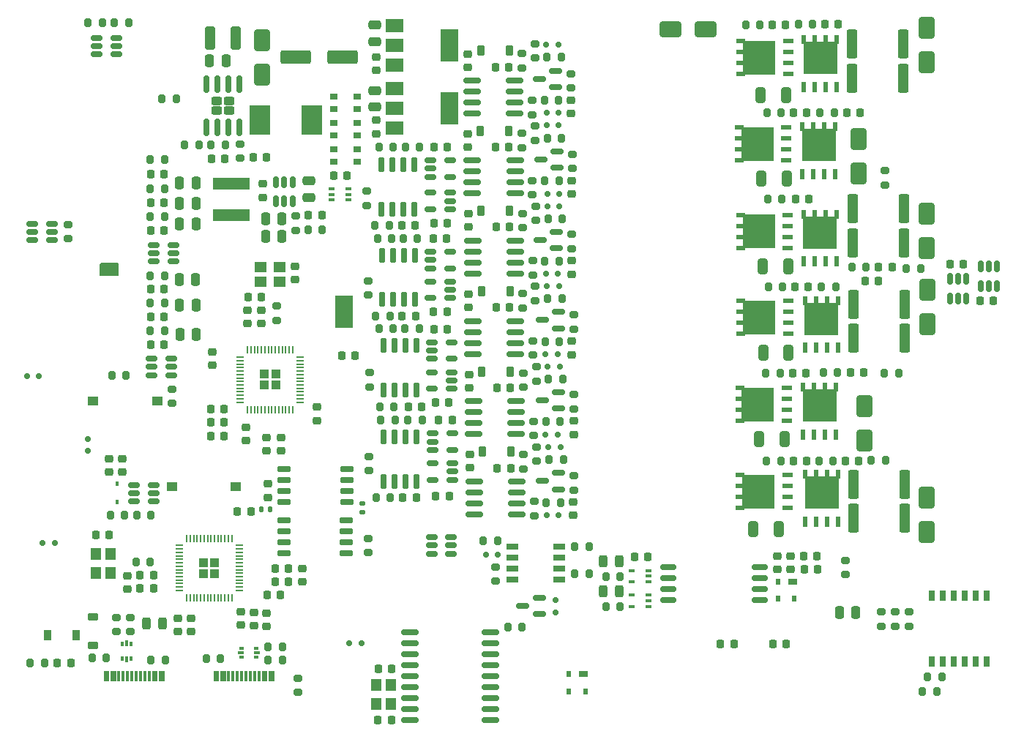
<source format=gtp>
G04 #@! TF.GenerationSoftware,KiCad,Pcbnew,7.0.2-6a45011f42~172~ubuntu22.04.1*
G04 #@! TF.CreationDate,2023-05-09T16:24:23-07:00*
G04 #@! TF.ProjectId,RP2040_motor,52503230-3430-45f6-9d6f-746f722e6b69,REV1*
G04 #@! TF.SameCoordinates,Original*
G04 #@! TF.FileFunction,Paste,Top*
G04 #@! TF.FilePolarity,Positive*
%FSLAX46Y46*%
G04 Gerber Fmt 4.6, Leading zero omitted, Abs format (unit mm)*
G04 Created by KiCad (PCBNEW 7.0.2-6a45011f42~172~ubuntu22.04.1) date 2023-05-09 16:24:23*
%MOMM*%
%LPD*%
G01*
G04 APERTURE LIST*
G04 Aperture macros list*
%AMRoundRect*
0 Rectangle with rounded corners*
0 $1 Rounding radius*
0 $2 $3 $4 $5 $6 $7 $8 $9 X,Y pos of 4 corners*
0 Add a 4 corners polygon primitive as box body*
4,1,4,$2,$3,$4,$5,$6,$7,$8,$9,$2,$3,0*
0 Add four circle primitives for the rounded corners*
1,1,$1+$1,$2,$3*
1,1,$1+$1,$4,$5*
1,1,$1+$1,$6,$7*
1,1,$1+$1,$8,$9*
0 Add four rect primitives between the rounded corners*
20,1,$1+$1,$2,$3,$4,$5,0*
20,1,$1+$1,$4,$5,$6,$7,0*
20,1,$1+$1,$6,$7,$8,$9,0*
20,1,$1+$1,$8,$9,$2,$3,0*%
G04 Aperture macros list end*
%ADD10RoundRect,0.225000X-0.225000X-0.250000X0.225000X-0.250000X0.225000X0.250000X-0.225000X0.250000X0*%
%ADD11RoundRect,0.225000X0.225000X0.250000X-0.225000X0.250000X-0.225000X-0.250000X0.225000X-0.250000X0*%
%ADD12RoundRect,0.225000X-0.250000X0.225000X-0.250000X-0.225000X0.250000X-0.225000X0.250000X0.225000X0*%
%ADD13RoundRect,0.225000X0.250000X-0.225000X0.250000X0.225000X-0.250000X0.225000X-0.250000X-0.225000X0*%
%ADD14RoundRect,0.135000X0.185000X-0.135000X0.185000X0.135000X-0.185000X0.135000X-0.185000X-0.135000X0*%
%ADD15RoundRect,0.150000X0.650000X0.150000X-0.650000X0.150000X-0.650000X-0.150000X0.650000X-0.150000X0*%
%ADD16RoundRect,0.200000X-0.275000X0.200000X-0.275000X-0.200000X0.275000X-0.200000X0.275000X0.200000X0*%
%ADD17RoundRect,0.200000X0.275000X-0.200000X0.275000X0.200000X-0.275000X0.200000X-0.275000X-0.200000X0*%
%ADD18RoundRect,0.250000X0.292217X0.292217X-0.292217X0.292217X-0.292217X-0.292217X0.292217X-0.292217X0*%
%ADD19RoundRect,0.050000X0.387500X0.050000X-0.387500X0.050000X-0.387500X-0.050000X0.387500X-0.050000X0*%
%ADD20RoundRect,0.050000X0.050000X0.387500X-0.050000X0.387500X-0.050000X-0.387500X0.050000X-0.387500X0*%
%ADD21RoundRect,0.243750X0.243750X0.456250X-0.243750X0.456250X-0.243750X-0.456250X0.243750X-0.456250X0*%
%ADD22RoundRect,0.250000X0.250000X0.475000X-0.250000X0.475000X-0.250000X-0.475000X0.250000X-0.475000X0*%
%ADD23RoundRect,0.200000X-0.200000X-0.275000X0.200000X-0.275000X0.200000X0.275000X-0.200000X0.275000X0*%
%ADD24RoundRect,0.150000X0.150000X0.200000X-0.150000X0.200000X-0.150000X-0.200000X0.150000X-0.200000X0*%
%ADD25RoundRect,0.250000X1.500000X0.550000X-1.500000X0.550000X-1.500000X-0.550000X1.500000X-0.550000X0*%
%ADD26RoundRect,0.150000X-0.150000X-0.200000X0.150000X-0.200000X0.150000X0.200000X-0.150000X0.200000X0*%
%ADD27RoundRect,0.150000X0.587500X0.150000X-0.587500X0.150000X-0.587500X-0.150000X0.587500X-0.150000X0*%
%ADD28R,1.200000X1.000000*%
%ADD29RoundRect,0.250000X-0.650000X1.000000X-0.650000X-1.000000X0.650000X-1.000000X0.650000X1.000000X0*%
%ADD30R,0.900000X1.200000*%
%ADD31R,2.000000X1.500000*%
%ADD32R,2.000000X3.800000*%
%ADD33R,1.450000X0.800000*%
%ADD34R,1.000000X0.700000*%
%ADD35R,0.600000X0.700000*%
%ADD36RoundRect,0.250000X-0.325000X-0.650000X0.325000X-0.650000X0.325000X0.650000X-0.325000X0.650000X0*%
%ADD37R,0.610000X1.270000*%
%ADD38R,3.910000X3.810000*%
%ADD39R,0.610000X1.020000*%
%ADD40RoundRect,0.250000X-0.250000X-0.475000X0.250000X-0.475000X0.250000X0.475000X-0.250000X0.475000X0*%
%ADD41RoundRect,0.150000X-0.150000X0.725000X-0.150000X-0.725000X0.150000X-0.725000X0.150000X0.725000X0*%
%ADD42RoundRect,0.250000X-0.292217X0.292217X-0.292217X-0.292217X0.292217X-0.292217X0.292217X0.292217X0*%
%ADD43RoundRect,0.050000X-0.050000X0.387500X-0.050000X-0.387500X0.050000X-0.387500X0.050000X0.387500X0*%
%ADD44RoundRect,0.050000X-0.387500X0.050000X-0.387500X-0.050000X0.387500X-0.050000X0.387500X0.050000X0*%
%ADD45RoundRect,0.200000X0.200000X0.275000X-0.200000X0.275000X-0.200000X-0.275000X0.200000X-0.275000X0*%
%ADD46R,0.500000X0.375000*%
%ADD47R,0.650000X0.300000*%
%ADD48RoundRect,0.218750X-0.218750X-0.256250X0.218750X-0.256250X0.218750X0.256250X-0.218750X0.256250X0*%
%ADD49RoundRect,0.150000X-0.512500X-0.150000X0.512500X-0.150000X0.512500X0.150000X-0.512500X0.150000X0*%
%ADD50RoundRect,0.150000X-0.825000X-0.150000X0.825000X-0.150000X0.825000X0.150000X-0.825000X0.150000X0*%
%ADD51RoundRect,0.225000X0.225000X0.375000X-0.225000X0.375000X-0.225000X-0.375000X0.225000X-0.375000X0*%
%ADD52RoundRect,0.150000X0.512500X0.150000X-0.512500X0.150000X-0.512500X-0.150000X0.512500X-0.150000X0*%
%ADD53RoundRect,0.250000X-0.362500X-1.425000X0.362500X-1.425000X0.362500X1.425000X-0.362500X1.425000X0*%
%ADD54RoundRect,0.250000X0.475000X-0.250000X0.475000X0.250000X-0.475000X0.250000X-0.475000X-0.250000X0*%
%ADD55R,0.650000X0.400000*%
%ADD56R,2.350000X3.500000*%
%ADD57R,0.375000X0.500000*%
%ADD58R,0.300000X0.650000*%
%ADD59R,1.270000X0.610000*%
%ADD60R,3.810000X3.910000*%
%ADD61R,1.020000X0.610000*%
%ADD62R,0.900000X0.750000*%
%ADD63RoundRect,0.150000X-0.750000X-0.150000X0.750000X-0.150000X0.750000X0.150000X-0.750000X0.150000X0*%
%ADD64R,1.200000X1.400000*%
%ADD65RoundRect,0.150000X-0.200000X0.150000X-0.200000X-0.150000X0.200000X-0.150000X0.200000X0.150000X0*%
%ADD66RoundRect,0.150000X0.150000X-0.512500X0.150000X0.512500X-0.150000X0.512500X-0.150000X-0.512500X0*%
%ADD67RoundRect,0.150000X-0.150000X0.512500X-0.150000X-0.512500X0.150000X-0.512500X0.150000X0.512500X0*%
%ADD68R,1.400000X1.200000*%
%ADD69RoundRect,0.225000X-0.375000X0.225000X-0.375000X-0.225000X0.375000X-0.225000X0.375000X0.225000X0*%
%ADD70RoundRect,0.250000X0.650000X-1.000000X0.650000X1.000000X-0.650000X1.000000X-0.650000X-1.000000X0*%
%ADD71R,0.300000X1.150000*%
%ADD72RoundRect,0.150000X-0.875000X-0.150000X0.875000X-0.150000X0.875000X0.150000X-0.875000X0.150000X0*%
%ADD73R,4.200000X1.400000*%
%ADD74RoundRect,0.240000X-0.385000X0.240000X-0.385000X-0.240000X0.385000X-0.240000X0.385000X0.240000X0*%
%ADD75RoundRect,0.150000X-0.150000X0.825000X-0.150000X-0.825000X0.150000X-0.825000X0.150000X0.825000X0*%
%ADD76R,0.450000X0.600000*%
%ADD77RoundRect,0.218750X0.218750X0.256250X-0.218750X0.256250X-0.218750X-0.256250X0.218750X-0.256250X0*%
%ADD78RoundRect,0.135000X-0.135000X-0.185000X0.135000X-0.185000X0.135000X0.185000X-0.135000X0.185000X0*%
%ADD79RoundRect,0.250000X0.325000X1.100000X-0.325000X1.100000X-0.325000X-1.100000X0.325000X-1.100000X0*%
%ADD80R,0.760000X1.270000*%
%ADD81RoundRect,0.250000X-0.475000X0.250000X-0.475000X-0.250000X0.475000X-0.250000X0.475000X0.250000X0*%
%ADD82RoundRect,0.250000X1.000000X0.650000X-1.000000X0.650000X-1.000000X-0.650000X1.000000X-0.650000X0*%
G04 APERTURE END LIST*
D10*
X149420000Y-104445000D03*
X150970000Y-104445000D03*
D11*
X85990000Y-78840000D03*
X84440000Y-78840000D03*
D12*
X88490000Y-79410000D03*
X88490000Y-80960000D03*
D10*
X99600000Y-71125000D03*
X101150000Y-71125000D03*
D13*
X91030000Y-87505000D03*
X91030000Y-85955000D03*
D14*
X101990000Y-89245000D03*
X101990000Y-88225000D03*
D15*
X100140000Y-88080000D03*
X100140000Y-86810000D03*
X100140000Y-85540000D03*
X100140000Y-84270000D03*
X92940000Y-84270000D03*
X92940000Y-85540000D03*
X92940000Y-86810000D03*
X92940000Y-88080000D03*
D11*
X90280000Y-64300000D03*
X88730000Y-64300000D03*
D16*
X79960000Y-74990000D03*
X79960000Y-76640000D03*
D12*
X90840000Y-80560000D03*
X90840000Y-82110000D03*
D13*
X84605000Y-72225000D03*
X84605000Y-70675000D03*
X90259000Y-67390000D03*
X90259000Y-65840000D03*
D17*
X75112000Y-103072000D03*
X75112000Y-101422000D03*
D13*
X88640000Y-67390000D03*
X88640000Y-65840000D03*
D12*
X96750000Y-77075000D03*
X96750000Y-78625000D03*
D11*
X85980000Y-80400000D03*
X84430000Y-80400000D03*
D18*
X91927500Y-74537500D03*
X91927500Y-73262500D03*
X90652500Y-74537500D03*
X90652500Y-73262500D03*
D19*
X94727500Y-76500000D03*
X94727500Y-76100000D03*
X94727500Y-75700000D03*
X94727500Y-75300000D03*
X94727500Y-74900000D03*
X94727500Y-74500000D03*
X94727500Y-74100000D03*
X94727500Y-73700000D03*
X94727500Y-73300000D03*
X94727500Y-72900000D03*
X94727500Y-72500000D03*
X94727500Y-72100000D03*
X94727500Y-71700000D03*
X94727500Y-71300000D03*
D20*
X93890000Y-70462500D03*
X93490000Y-70462500D03*
X93090000Y-70462500D03*
X92690000Y-70462500D03*
X92290000Y-70462500D03*
X91890000Y-70462500D03*
X91490000Y-70462500D03*
X91090000Y-70462500D03*
X90690000Y-70462500D03*
X90290000Y-70462500D03*
X89890000Y-70462500D03*
X89490000Y-70462500D03*
X89090000Y-70462500D03*
X88690000Y-70462500D03*
D19*
X87852500Y-71300000D03*
X87852500Y-71700000D03*
X87852500Y-72100000D03*
X87852500Y-72500000D03*
X87852500Y-72900000D03*
X87852500Y-73300000D03*
X87852500Y-73700000D03*
X87852500Y-74100000D03*
X87852500Y-74500000D03*
X87852500Y-74900000D03*
X87852500Y-75300000D03*
X87852500Y-75700000D03*
X87852500Y-76100000D03*
X87852500Y-76500000D03*
D20*
X88690000Y-77337500D03*
X89090000Y-77337500D03*
X89490000Y-77337500D03*
X89890000Y-77337500D03*
X90290000Y-77337500D03*
X90690000Y-77337500D03*
X91090000Y-77337500D03*
X91490000Y-77337500D03*
X91890000Y-77337500D03*
X92290000Y-77337500D03*
X92690000Y-77337500D03*
X93090000Y-77337500D03*
X93490000Y-77337500D03*
X93890000Y-77337500D03*
D13*
X94150000Y-62350000D03*
X94150000Y-60800000D03*
D17*
X73512000Y-103072000D03*
X73512000Y-101422000D03*
D12*
X92540000Y-80560000D03*
X92540000Y-82110000D03*
D11*
X85980000Y-77300000D03*
X84430000Y-77300000D03*
D17*
X92040000Y-67010000D03*
X92040000Y-65360000D03*
D21*
X78859500Y-102081000D03*
X76984500Y-102081000D03*
D16*
X121595000Y-41570000D03*
X121595000Y-43220000D03*
X126390000Y-85005000D03*
X126390000Y-86655000D03*
D22*
X82725000Y-53505000D03*
X80825000Y-53505000D03*
D23*
X115945000Y-92520000D03*
X117595000Y-92520000D03*
D12*
X89386000Y-100839000D03*
X89386000Y-102389000D03*
D22*
X82725000Y-65285000D03*
X80825000Y-65285000D03*
D24*
X123280000Y-43025000D03*
X124680000Y-43025000D03*
D10*
X110195000Y-66070000D03*
X111745000Y-66070000D03*
D25*
X99665000Y-36610000D03*
X94265000Y-36610000D03*
D23*
X123330000Y-36600000D03*
X124980000Y-36600000D03*
D26*
X66380000Y-92825000D03*
X64980000Y-92825000D03*
D23*
X146300000Y-32835000D03*
X147950000Y-32835000D03*
D10*
X153060000Y-95865000D03*
X154610000Y-95865000D03*
D27*
X124657500Y-77250000D03*
X124657500Y-75350000D03*
X122782500Y-76300000D03*
D16*
X162410000Y-49700000D03*
X162410000Y-51350000D03*
D23*
X103430000Y-56055000D03*
X105080000Y-56055000D03*
D27*
X124407500Y-58675000D03*
X124407500Y-56775000D03*
X122532500Y-57725000D03*
D28*
X70840000Y-76350000D03*
X78240000Y-76350000D03*
D10*
X151840000Y-42975000D03*
X153390000Y-42975000D03*
D11*
X174980000Y-64730000D03*
X173430000Y-64730000D03*
D12*
X114170000Y-36205000D03*
X114170000Y-37755000D03*
D29*
X167275000Y-54670000D03*
X167275000Y-58670000D03*
D10*
X110455000Y-87345000D03*
X112005000Y-87345000D03*
X169925000Y-60550000D03*
X171475000Y-60550000D03*
D30*
X65580000Y-103486000D03*
X68880000Y-103486000D03*
D31*
X105725000Y-32900000D03*
X105725000Y-35200000D03*
D32*
X112025000Y-35200000D03*
D31*
X105725000Y-37500000D03*
D33*
X119310000Y-93240000D03*
X119310000Y-94510000D03*
X119310000Y-95780000D03*
X119310000Y-97050000D03*
X124760000Y-97050000D03*
X124760000Y-95780000D03*
X124760000Y-94510000D03*
X124760000Y-93240000D03*
D34*
X151735000Y-97255000D03*
D35*
X150035000Y-97255000D03*
X150035000Y-99255000D03*
X151935000Y-99255000D03*
D36*
X148025000Y-40950000D03*
X150975000Y-40950000D03*
D37*
X153195000Y-90320000D03*
X154465000Y-90320000D03*
X155735000Y-90320000D03*
X157005000Y-90320000D03*
D38*
X155100000Y-86960000D03*
D39*
X153195000Y-84855000D03*
X154465000Y-84855000D03*
X155735000Y-84855000D03*
X157005000Y-84855000D03*
D22*
X82775000Y-68695000D03*
X80875000Y-68695000D03*
D40*
X157150000Y-100850000D03*
X159050000Y-100850000D03*
D11*
X100185000Y-50270000D03*
X98635000Y-50270000D03*
D41*
X107980000Y-48990000D03*
X106710000Y-48990000D03*
X105440000Y-48990000D03*
X104170000Y-48990000D03*
X104170000Y-54140000D03*
X105440000Y-54140000D03*
X106710000Y-54140000D03*
X107980000Y-54140000D03*
D11*
X79025000Y-69808000D03*
X77475000Y-69808000D03*
D42*
X84893500Y-95046500D03*
X83618500Y-95046500D03*
X84893500Y-96321500D03*
X83618500Y-96321500D03*
D43*
X86856000Y-92246500D03*
X86456000Y-92246500D03*
X86056000Y-92246500D03*
X85656000Y-92246500D03*
X85256000Y-92246500D03*
X84856000Y-92246500D03*
X84456000Y-92246500D03*
X84056000Y-92246500D03*
X83656000Y-92246500D03*
X83256000Y-92246500D03*
X82856000Y-92246500D03*
X82456000Y-92246500D03*
X82056000Y-92246500D03*
X81656000Y-92246500D03*
D44*
X80818500Y-93084000D03*
X80818500Y-93484000D03*
X80818500Y-93884000D03*
X80818500Y-94284000D03*
X80818500Y-94684000D03*
X80818500Y-95084000D03*
X80818500Y-95484000D03*
X80818500Y-95884000D03*
X80818500Y-96284000D03*
X80818500Y-96684000D03*
X80818500Y-97084000D03*
X80818500Y-97484000D03*
X80818500Y-97884000D03*
X80818500Y-98284000D03*
D43*
X81656000Y-99121500D03*
X82056000Y-99121500D03*
X82456000Y-99121500D03*
X82856000Y-99121500D03*
X83256000Y-99121500D03*
X83656000Y-99121500D03*
X84056000Y-99121500D03*
X84456000Y-99121500D03*
X84856000Y-99121500D03*
X85256000Y-99121500D03*
X85656000Y-99121500D03*
X86056000Y-99121500D03*
X86456000Y-99121500D03*
X86856000Y-99121500D03*
D44*
X87693500Y-98284000D03*
X87693500Y-97884000D03*
X87693500Y-97484000D03*
X87693500Y-97084000D03*
X87693500Y-96684000D03*
X87693500Y-96284000D03*
X87693500Y-95884000D03*
X87693500Y-95484000D03*
X87693500Y-95084000D03*
X87693500Y-94684000D03*
X87693500Y-94284000D03*
X87693500Y-93884000D03*
X87693500Y-93484000D03*
X87693500Y-93084000D03*
D21*
X131697500Y-94930000D03*
X129822500Y-94930000D03*
D17*
X157845000Y-96430000D03*
X157845000Y-94780000D03*
D45*
X79075000Y-48400000D03*
X77425000Y-48400000D03*
D11*
X86045000Y-48370000D03*
X84495000Y-48370000D03*
D46*
X89685000Y-106037500D03*
D47*
X89760000Y-105500000D03*
D46*
X89685000Y-104962500D03*
X87985000Y-104962500D03*
D47*
X87910000Y-105500000D03*
D46*
X87985000Y-106037500D03*
D23*
X106930000Y-46975000D03*
X108580000Y-46975000D03*
D12*
X114185900Y-45460000D03*
X114185900Y-47010000D03*
D31*
X105725000Y-40200000D03*
X105725000Y-42500000D03*
D32*
X112025000Y-42500000D03*
D31*
X105725000Y-44800000D03*
D23*
X148925000Y-63155000D03*
X150575000Y-63155000D03*
D12*
X103595000Y-43880000D03*
X103595000Y-45430000D03*
D48*
X153002500Y-94320000D03*
X154577500Y-94320000D03*
D29*
X160075000Y-76920000D03*
X160075000Y-80920000D03*
D11*
X90895000Y-48210000D03*
X89345000Y-48210000D03*
D24*
X123255000Y-89575000D03*
X124655000Y-89575000D03*
D23*
X95675000Y-56570000D03*
X97325000Y-56570000D03*
D45*
X79075000Y-51790000D03*
X77425000Y-51790000D03*
D23*
X70701000Y-106106000D03*
X72351000Y-106106000D03*
X148760000Y-42975000D03*
X150410000Y-42975000D03*
D37*
X153045000Y-39999500D03*
X154315000Y-39999500D03*
X155585000Y-39999500D03*
X156855000Y-39999500D03*
D38*
X154950000Y-36639500D03*
D39*
X153045000Y-34534500D03*
X154315000Y-34534500D03*
X155585000Y-34534500D03*
X156855000Y-34534500D03*
D45*
X128170000Y-96315000D03*
X126520000Y-96315000D03*
D22*
X86185000Y-37005000D03*
X84285000Y-37005000D03*
D16*
X120590000Y-82555000D03*
X120590000Y-84205000D03*
D24*
X123405000Y-72375000D03*
X124805000Y-72375000D03*
X123155000Y-70925000D03*
X124555000Y-70925000D03*
D23*
X155260000Y-73095000D03*
X156910000Y-73095000D03*
D29*
X167275000Y-87520000D03*
X167275000Y-91520000D03*
D23*
X77511000Y-106346000D03*
X79161000Y-106346000D03*
D21*
X131692500Y-98410000D03*
X129817500Y-98410000D03*
D23*
X123450000Y-55290000D03*
X125100000Y-55290000D03*
D49*
X63752500Y-55850000D03*
X63752500Y-56800000D03*
X63752500Y-57750000D03*
X66027500Y-57750000D03*
X66027500Y-56800000D03*
X66027500Y-55850000D03*
D45*
X105745000Y-78560000D03*
X104095000Y-78560000D03*
D50*
X114815900Y-76395000D03*
X114815900Y-77665000D03*
X114815900Y-78935000D03*
X114815900Y-80205000D03*
X119765900Y-80205000D03*
X119765900Y-78935000D03*
X119765900Y-77665000D03*
X119765900Y-76395000D03*
D51*
X119095000Y-72950000D03*
X115795000Y-72950000D03*
D23*
X83892000Y-106176000D03*
X85542000Y-106176000D03*
D52*
X112237500Y-94025000D03*
X112237500Y-93075000D03*
X112237500Y-92125000D03*
X109962500Y-92125000D03*
X109962500Y-93075000D03*
X109962500Y-94025000D03*
D10*
X117455000Y-56245000D03*
X119005000Y-56245000D03*
X151830000Y-83300000D03*
X153380000Y-83300000D03*
D52*
X112112500Y-54175000D03*
X112112500Y-53225000D03*
X112112500Y-52275000D03*
X109837500Y-52275000D03*
X109837500Y-54175000D03*
X112087500Y-64450000D03*
X112087500Y-63500000D03*
X112087500Y-62550000D03*
X109812500Y-62550000D03*
X109812500Y-64450000D03*
D49*
X109837500Y-48525000D03*
X109837500Y-49475000D03*
X109837500Y-50425000D03*
X112112500Y-50425000D03*
X112112500Y-48525000D03*
D23*
X123205000Y-78765000D03*
X124855000Y-78765000D03*
D17*
X121955000Y-64745000D03*
X121955000Y-63095000D03*
X102790000Y-74720000D03*
X102790000Y-73070000D03*
D45*
X74925000Y-32613000D03*
X73275000Y-32613000D03*
D16*
X87845000Y-46630000D03*
X87845000Y-48280000D03*
D53*
X164657500Y-65205000D03*
X158732500Y-65205000D03*
D17*
X102470000Y-53720000D03*
X102470000Y-52070000D03*
D16*
X120590000Y-73130000D03*
X120590000Y-74780000D03*
D10*
X149330000Y-32835000D03*
X150880000Y-32835000D03*
D22*
X82725000Y-55835000D03*
X80825000Y-55835000D03*
D27*
X122412500Y-101015000D03*
X122412500Y-99115000D03*
X120537500Y-100065000D03*
D13*
X126065000Y-43095000D03*
X126065000Y-41545000D03*
D23*
X148850000Y-52955000D03*
X150500000Y-52955000D03*
D45*
X168975000Y-108325000D03*
X167325000Y-108325000D03*
D17*
X102625000Y-64095000D03*
X102625000Y-62445000D03*
D37*
X152845000Y-50090000D03*
X154115000Y-50090000D03*
X155385000Y-50090000D03*
X156655000Y-50090000D03*
D38*
X154750000Y-46730000D03*
D39*
X152845000Y-44625000D03*
X154115000Y-44625000D03*
X155385000Y-44625000D03*
X156655000Y-44625000D03*
D10*
X155480000Y-32770000D03*
X157030000Y-32770000D03*
D13*
X126315000Y-89595000D03*
X126315000Y-88045000D03*
D54*
X103405000Y-34775000D03*
X103405000Y-32875000D03*
D17*
X121905000Y-36670000D03*
X121905000Y-35020000D03*
D23*
X148700000Y-83300000D03*
X150350000Y-83300000D03*
D11*
X105317000Y-113297000D03*
X103767000Y-113297000D03*
D23*
X103980000Y-77000000D03*
X105630000Y-77000000D03*
D13*
X126140000Y-61695000D03*
X126140000Y-60145000D03*
D23*
X84455000Y-46760000D03*
X86105000Y-46760000D03*
D55*
X135055000Y-100130000D03*
X135055000Y-99480000D03*
X135055000Y-98830000D03*
X133155000Y-98830000D03*
X133155000Y-100130000D03*
D56*
X90090000Y-43855000D03*
X96140000Y-43855000D03*
D51*
X119130000Y-82200000D03*
X115830000Y-82200000D03*
D34*
X127570000Y-107935000D03*
D35*
X125870000Y-107935000D03*
X125870000Y-109935000D03*
X127770000Y-109935000D03*
D12*
X103535000Y-36530000D03*
X103535000Y-38080000D03*
D45*
X105545000Y-68020000D03*
X103895000Y-68020000D03*
D11*
X77801000Y-96524000D03*
X76251000Y-96524000D03*
D57*
X75237500Y-104465000D03*
D58*
X74700000Y-104390000D03*
D57*
X74162500Y-104465000D03*
X74162500Y-106165000D03*
D58*
X74700000Y-106240000D03*
D57*
X75237500Y-106165000D03*
D11*
X112345000Y-78590000D03*
X110795000Y-78590000D03*
D45*
X131785000Y-100150000D03*
X130135000Y-100150000D03*
D11*
X108120000Y-66525000D03*
X106570000Y-66525000D03*
D59*
X151020000Y-48525000D03*
X151020000Y-47255000D03*
X151020000Y-45985000D03*
X151020000Y-44715000D03*
D60*
X147660000Y-46620000D03*
D61*
X145555000Y-48525000D03*
X145555000Y-47255000D03*
X145555000Y-45985000D03*
X145555000Y-44715000D03*
D17*
X94516000Y-110078000D03*
X94516000Y-108428000D03*
D51*
X119005000Y-54325000D03*
X115705000Y-54325000D03*
D59*
X151170000Y-58655000D03*
X151170000Y-57385000D03*
X151170000Y-56115000D03*
X151170000Y-54845000D03*
D60*
X147810000Y-56750000D03*
D61*
X145705000Y-58655000D03*
X145705000Y-57385000D03*
X145705000Y-56115000D03*
X145705000Y-54845000D03*
D50*
X114660000Y-39304100D03*
X114660000Y-40574100D03*
X114660000Y-41844100D03*
X114660000Y-43114100D03*
X119610000Y-43114100D03*
X119610000Y-41844100D03*
X119610000Y-40574100D03*
X119610000Y-39304100D03*
D16*
X120495000Y-54680000D03*
X120495000Y-56330000D03*
D49*
X109812500Y-59100000D03*
X109812500Y-60050000D03*
X109812500Y-61000000D03*
X112087500Y-61000000D03*
X112087500Y-59100000D03*
D16*
X121820000Y-87995000D03*
X121820000Y-89645000D03*
D10*
X117380000Y-37725000D03*
X118930000Y-37725000D03*
D23*
X162345000Y-73185000D03*
X163995000Y-73185000D03*
X81405000Y-46770000D03*
X83055000Y-46770000D03*
D12*
X74766000Y-96559000D03*
X74766000Y-98109000D03*
D62*
X98650000Y-41110000D03*
X98650000Y-42610000D03*
X101350000Y-42610000D03*
X101350000Y-41110000D03*
D23*
X123065000Y-50906000D03*
X124715000Y-50906000D03*
D41*
X108040000Y-59475000D03*
X106770000Y-59475000D03*
X105500000Y-59475000D03*
X104230000Y-59475000D03*
X104230000Y-64625000D03*
X105500000Y-64625000D03*
X106770000Y-64625000D03*
X108040000Y-64625000D03*
D37*
X152995000Y-60220000D03*
X154265000Y-60220000D03*
X155535000Y-60220000D03*
X156805000Y-60220000D03*
D38*
X154900000Y-56860000D03*
D39*
X152995000Y-54755000D03*
X154265000Y-54755000D03*
X155535000Y-54755000D03*
X156805000Y-54755000D03*
D11*
X79025000Y-63433000D03*
X77475000Y-63433000D03*
D12*
X72660000Y-83025000D03*
X72660000Y-84575000D03*
D50*
X114739100Y-57815000D03*
X114739100Y-59085000D03*
X114739100Y-60355000D03*
X114739100Y-61625000D03*
X119689100Y-61625000D03*
X119689100Y-60355000D03*
X119689100Y-59085000D03*
X119689100Y-57815000D03*
D23*
X103505000Y-66535000D03*
X105155000Y-66535000D03*
D11*
X79025000Y-66598000D03*
X77475000Y-66598000D03*
X108195000Y-87570000D03*
X106645000Y-87570000D03*
D23*
X152400000Y-32770000D03*
X154050000Y-32770000D03*
D63*
X137315000Y-95595000D03*
X137315000Y-96865000D03*
X137315000Y-98135000D03*
X137315000Y-99405000D03*
X147965000Y-99405000D03*
X147965000Y-98135000D03*
X147965000Y-96865000D03*
X147965000Y-95595000D03*
D41*
X108205000Y-69940000D03*
X106935000Y-69940000D03*
X105665000Y-69940000D03*
X104395000Y-69940000D03*
X104395000Y-75090000D03*
X105665000Y-75090000D03*
X106935000Y-75090000D03*
X108205000Y-75090000D03*
D50*
X114880000Y-85689100D03*
X114880000Y-86959100D03*
X114880000Y-88229100D03*
X114880000Y-89499100D03*
X119830000Y-89499100D03*
X119830000Y-88229100D03*
X119830000Y-86959100D03*
X119830000Y-85689100D03*
D45*
X74463000Y-89580000D03*
X72813000Y-89580000D03*
D36*
X148125000Y-50650000D03*
X151075000Y-50650000D03*
D23*
X123555000Y-83150000D03*
X125205000Y-83150000D03*
D16*
X126150000Y-57100000D03*
X126150000Y-58750000D03*
D50*
X114675900Y-48545000D03*
X114675900Y-49815000D03*
X114675900Y-51085000D03*
X114675900Y-52355000D03*
X119625900Y-52355000D03*
X119625900Y-51085000D03*
X119625900Y-49815000D03*
X119625900Y-48545000D03*
D10*
X110220000Y-55815000D03*
X111770000Y-55815000D03*
D24*
X123275000Y-44475000D03*
X124675000Y-44475000D03*
D16*
X162000000Y-100775000D03*
X162000000Y-102425000D03*
D13*
X149945000Y-95840000D03*
X149945000Y-94290000D03*
D45*
X77516100Y-89580000D03*
X75866100Y-89580000D03*
D64*
X72856000Y-96254000D03*
X72856000Y-94054000D03*
X71156000Y-94054000D03*
X71156000Y-96254000D03*
D13*
X126190000Y-70995000D03*
X126190000Y-69445000D03*
D53*
X158732500Y-69115000D03*
X164657500Y-69115000D03*
D23*
X154910000Y-43040000D03*
X156560000Y-43040000D03*
D16*
X126390000Y-66380000D03*
X126390000Y-68030000D03*
D37*
X152945000Y-80220000D03*
X154215000Y-80220000D03*
X155485000Y-80220000D03*
X156755000Y-80220000D03*
D38*
X154850000Y-76860000D03*
D39*
X152945000Y-74755000D03*
X154215000Y-74755000D03*
X155485000Y-74755000D03*
X156755000Y-74755000D03*
D10*
X151755000Y-73115000D03*
X153305000Y-73115000D03*
X160090000Y-62460000D03*
X161640000Y-62460000D03*
D23*
X123005000Y-41565000D03*
X124655000Y-41565000D03*
X107230000Y-78555000D03*
X108880000Y-78555000D03*
D10*
X117555000Y-84125000D03*
X119105000Y-84125000D03*
D23*
X158560000Y-60855000D03*
X160210000Y-60855000D03*
D10*
X117530000Y-74850000D03*
X119080000Y-74850000D03*
D36*
X147875000Y-80800000D03*
X150825000Y-80800000D03*
D65*
X124345000Y-100810000D03*
X124345000Y-99410000D03*
D12*
X90886000Y-100899000D03*
X90886000Y-102449000D03*
D66*
X91980000Y-53287500D03*
X92930000Y-53287500D03*
X93880000Y-53287500D03*
X93880000Y-51012500D03*
X92930000Y-51012500D03*
X91980000Y-51012500D03*
D16*
X121625000Y-50840000D03*
X121625000Y-52490000D03*
D24*
X123305000Y-63100000D03*
X124705000Y-63100000D03*
D12*
X114370000Y-82555000D03*
X114370000Y-84105000D03*
D11*
X111970000Y-76570000D03*
X110420000Y-76570000D03*
D59*
X151220000Y-38525000D03*
X151220000Y-37255000D03*
X151220000Y-35985000D03*
X151220000Y-34715000D03*
D60*
X147860000Y-36620000D03*
D61*
X145755000Y-38525000D03*
X145755000Y-37255000D03*
X145755000Y-35985000D03*
X145755000Y-34715000D03*
D17*
X117375000Y-97230000D03*
X117375000Y-95580000D03*
D12*
X82176000Y-101475000D03*
X82176000Y-103025000D03*
D16*
X120415000Y-36155000D03*
X120415000Y-37805000D03*
D24*
X123350000Y-52385000D03*
X124750000Y-52385000D03*
D51*
X118955000Y-35800000D03*
X115655000Y-35800000D03*
D23*
X123105000Y-69465000D03*
X124755000Y-69465000D03*
D16*
X120395000Y-45415000D03*
X120395000Y-47065000D03*
D23*
X72975000Y-73440000D03*
X74625000Y-73440000D03*
D67*
X171850000Y-62247500D03*
X170900000Y-62247500D03*
X169950000Y-62247500D03*
X169950000Y-64522500D03*
X170900000Y-64522500D03*
X171850000Y-64522500D03*
D17*
X102658000Y-93921000D03*
X102658000Y-92271000D03*
D50*
X114740900Y-67095000D03*
X114740900Y-68365000D03*
X114740900Y-69635000D03*
X114740900Y-70905000D03*
X119690900Y-70905000D03*
X119690900Y-69635000D03*
X119690900Y-68365000D03*
X119690900Y-67095000D03*
D23*
X123230000Y-88090000D03*
X124880000Y-88090000D03*
D16*
X120465000Y-63955000D03*
X120465000Y-65605000D03*
D11*
X111770000Y-68025000D03*
X110220000Y-68025000D03*
D66*
X173501000Y-63050800D03*
X174451000Y-63050800D03*
X175401000Y-63050800D03*
X175401000Y-60775800D03*
X174451000Y-60775800D03*
X173501000Y-60775800D03*
D23*
X91075000Y-106332000D03*
X92725000Y-106332000D03*
D59*
X151070000Y-78655000D03*
X151070000Y-77385000D03*
X151070000Y-76115000D03*
X151070000Y-74845000D03*
D60*
X147710000Y-76750000D03*
D61*
X145605000Y-78655000D03*
X145605000Y-77385000D03*
X145605000Y-76115000D03*
X145605000Y-74845000D03*
D51*
X118930000Y-45100000D03*
X115630000Y-45100000D03*
D68*
X90150000Y-62600000D03*
X92350000Y-62600000D03*
X92350000Y-60900000D03*
X90150000Y-60900000D03*
D53*
X158682500Y-58035000D03*
X164607500Y-58035000D03*
D10*
X87521000Y-89172000D03*
X89071000Y-89172000D03*
D55*
X135050000Y-97270000D03*
X135050000Y-96620000D03*
X135050000Y-95970000D03*
X133150000Y-95970000D03*
X133150000Y-97270000D03*
D69*
X70825000Y-101320000D03*
X70825000Y-104620000D03*
D11*
X144930000Y-104465000D03*
X143380000Y-104465000D03*
D12*
X114245000Y-64005000D03*
X114245000Y-65555000D03*
D10*
X157815000Y-83305000D03*
X159365000Y-83305000D03*
X157990000Y-43040000D03*
X159540000Y-43040000D03*
D70*
X90365000Y-38620000D03*
X90365000Y-34620000D03*
D11*
X111820000Y-46995000D03*
X110270000Y-46995000D03*
D55*
X98440000Y-51820000D03*
X98440000Y-52470000D03*
X98440000Y-53120000D03*
X100340000Y-53120000D03*
X100340000Y-52470000D03*
X100340000Y-51820000D03*
D71*
X84900000Y-108230000D03*
X85700000Y-108230000D03*
X87000000Y-108230000D03*
X88000000Y-108230000D03*
X88500000Y-108230000D03*
X89500000Y-108230000D03*
X90800000Y-108230000D03*
X91600000Y-108230000D03*
X91300000Y-108230000D03*
X90500000Y-108230000D03*
X90000000Y-108230000D03*
X89000000Y-108230000D03*
X87500000Y-108230000D03*
X86500000Y-108230000D03*
X86000000Y-108230000D03*
X85200000Y-108230000D03*
D23*
X148625000Y-73115000D03*
X150275000Y-73115000D03*
D11*
X108820000Y-77010000D03*
X107270000Y-77010000D03*
D23*
X155060000Y-63160000D03*
X156710000Y-63160000D03*
X166770000Y-109970000D03*
X168420000Y-109970000D03*
D13*
X126150000Y-50870000D03*
X126150000Y-52420000D03*
D51*
X119020000Y-63625000D03*
X115720000Y-63625000D03*
D16*
X126230000Y-47815000D03*
X126230000Y-49465000D03*
D23*
X106680000Y-57535000D03*
X108330000Y-57535000D03*
D53*
X158732500Y-89925000D03*
X164657500Y-89925000D03*
D45*
X79075000Y-68200000D03*
X77425000Y-68200000D03*
D49*
X109987500Y-69575000D03*
X109987500Y-70525000D03*
X109987500Y-71475000D03*
X112262500Y-71475000D03*
X112262500Y-69575000D03*
D12*
X114220000Y-54705000D03*
X114220000Y-56255000D03*
D16*
X121680000Y-69405000D03*
X121680000Y-71055000D03*
D53*
X158632500Y-39045000D03*
X164557500Y-39045000D03*
D62*
X98650000Y-44150000D03*
X98650000Y-45650000D03*
X101350000Y-45650000D03*
X101350000Y-44150000D03*
D13*
X151510000Y-95840000D03*
X151510000Y-94290000D03*
D53*
X158627500Y-35080000D03*
X164552500Y-35080000D03*
D27*
X124307500Y-40050000D03*
X124307500Y-38150000D03*
X122432500Y-39100000D03*
D72*
X107465000Y-103106000D03*
X107465000Y-104376000D03*
X107465000Y-105646000D03*
X107465000Y-106916000D03*
X107465000Y-108186000D03*
X107465000Y-109456000D03*
X107465000Y-110726000D03*
X107465000Y-111996000D03*
X107465000Y-113266000D03*
X116765000Y-113266000D03*
X116765000Y-111996000D03*
X116765000Y-110726000D03*
X116765000Y-109456000D03*
X116765000Y-108186000D03*
X116765000Y-106916000D03*
X116765000Y-105646000D03*
X116765000Y-104376000D03*
X116765000Y-103106000D03*
D49*
X77577500Y-71475000D03*
X77577500Y-72425000D03*
X77577500Y-73375000D03*
X79852500Y-73375000D03*
X79852500Y-72425000D03*
X79852500Y-71475000D03*
D17*
X102755000Y-84420000D03*
X102755000Y-82770000D03*
D32*
X99825000Y-66025000D03*
D59*
X151120000Y-88755000D03*
X151120000Y-87485000D03*
X151120000Y-86215000D03*
X151120000Y-84945000D03*
D60*
X147760000Y-86850000D03*
D61*
X145655000Y-88755000D03*
X145655000Y-87485000D03*
X145655000Y-86215000D03*
X145655000Y-84945000D03*
D17*
X122095000Y-83330000D03*
X122095000Y-81680000D03*
D23*
X63542000Y-106664000D03*
X65192000Y-106664000D03*
D24*
X123480000Y-81675000D03*
X124880000Y-81675000D03*
D16*
X94230000Y-54945000D03*
X94230000Y-56595000D03*
D73*
X86825000Y-51200000D03*
X86825000Y-54900000D03*
D74*
X86575000Y-41630000D03*
X85075000Y-41630000D03*
X86575000Y-42770000D03*
X85075000Y-42770000D03*
D75*
X87730000Y-39725000D03*
X86460000Y-39725000D03*
X85190000Y-39725000D03*
X83920000Y-39725000D03*
X83920000Y-44675000D03*
X85190000Y-44675000D03*
X86460000Y-44675000D03*
X87730000Y-44675000D03*
D16*
X126440000Y-75605000D03*
X126440000Y-77255000D03*
D12*
X80644000Y-101475000D03*
X80644000Y-103025000D03*
D16*
X121770000Y-78695000D03*
X121770000Y-80345000D03*
D36*
X148325000Y-70800000D03*
X151275000Y-70800000D03*
D24*
X100460000Y-104365000D03*
X101860000Y-104365000D03*
D10*
X161690000Y-60855000D03*
X163240000Y-60855000D03*
D28*
X79907000Y-86251000D03*
X87307000Y-86251000D03*
D23*
X91075000Y-104772000D03*
X92725000Y-104772000D03*
D65*
X70175000Y-82130000D03*
X70175000Y-80730000D03*
D22*
X92685000Y-55265000D03*
X90785000Y-55265000D03*
D10*
X103802000Y-107388000D03*
X105352000Y-107388000D03*
D45*
X80420000Y-41400000D03*
X78770000Y-41400000D03*
D23*
X106880000Y-68015000D03*
X108530000Y-68015000D03*
D76*
X73580000Y-85970000D03*
X73580000Y-88070000D03*
D45*
X105345000Y-57560000D03*
X103695000Y-57560000D03*
D17*
X122095000Y-74055000D03*
X122095000Y-72405000D03*
D23*
X103555000Y-87575000D03*
X105205000Y-87575000D03*
D29*
X159375000Y-46070000D03*
X159375000Y-50070000D03*
D13*
X74180000Y-84575000D03*
X74180000Y-83025000D03*
D12*
X87876000Y-100749000D03*
X87876000Y-102299000D03*
D77*
X68227500Y-106670000D03*
X66652500Y-106670000D03*
D10*
X152005000Y-63155000D03*
X153555000Y-63155000D03*
D37*
X153145000Y-70210500D03*
X154415000Y-70210500D03*
X155685000Y-70210500D03*
X156955000Y-70210500D03*
D38*
X155050000Y-66850500D03*
D39*
X153145000Y-64745500D03*
X154415000Y-64745500D03*
X155685000Y-64745500D03*
X156955000Y-64745500D03*
D59*
X151220000Y-68605000D03*
X151220000Y-67335000D03*
X151220000Y-66065000D03*
X151220000Y-64795000D03*
D60*
X147860000Y-66700000D03*
D61*
X145755000Y-68605000D03*
X145755000Y-67335000D03*
X145755000Y-66065000D03*
X145755000Y-64795000D03*
D45*
X105520000Y-46965000D03*
X103870000Y-46965000D03*
D78*
X90234000Y-88868000D03*
X91254000Y-88868000D03*
D10*
X91841000Y-95764000D03*
X93391000Y-95764000D03*
D23*
X123075000Y-60180000D03*
X124725000Y-60180000D03*
D22*
X92685000Y-57280000D03*
X90785000Y-57280000D03*
D79*
X87275000Y-34340000D03*
X84325000Y-34340000D03*
D45*
X79075000Y-55050000D03*
X77425000Y-55050000D03*
D52*
X73487500Y-36250000D03*
X73487500Y-35300000D03*
X73487500Y-34350000D03*
X71212500Y-34350000D03*
X71212500Y-35300000D03*
X71212500Y-36250000D03*
D17*
X121915000Y-46190000D03*
X121915000Y-44540000D03*
D45*
X131780000Y-96675000D03*
X130130000Y-96675000D03*
D11*
X108045000Y-56055000D03*
X106495000Y-56055000D03*
D17*
X121990000Y-55485000D03*
X121990000Y-53835000D03*
D11*
X79025000Y-53413000D03*
X77475000Y-53413000D03*
D62*
X98650000Y-47200000D03*
X98650000Y-48700000D03*
X101350000Y-48700000D03*
X101350000Y-47200000D03*
D52*
X112337500Y-85475000D03*
X112337500Y-84525000D03*
X112337500Y-83575000D03*
X110062500Y-83575000D03*
X110062500Y-85475000D03*
D80*
X167800000Y-106505000D03*
X169070000Y-106505000D03*
X170340000Y-106505000D03*
X171610000Y-106505000D03*
X172880000Y-106505000D03*
X174150000Y-106505000D03*
X174150000Y-98885000D03*
X172880000Y-98885000D03*
X171610000Y-98885000D03*
X170340000Y-98885000D03*
X169070000Y-98885000D03*
X167800000Y-98885000D03*
D16*
X165200000Y-100775000D03*
X165200000Y-102425000D03*
D49*
X75514200Y-86066000D03*
X75514200Y-87016000D03*
X75514200Y-87966000D03*
X77789200Y-87966000D03*
X77789200Y-87016000D03*
X77789200Y-86066000D03*
D12*
X95038000Y-95721000D03*
X95038000Y-97271000D03*
D23*
X123505000Y-73825000D03*
X125155000Y-73825000D03*
D16*
X67960000Y-55925000D03*
X67960000Y-57575000D03*
D27*
X124467500Y-49375000D03*
X124467500Y-47475000D03*
X122592500Y-48425000D03*
D10*
X91851000Y-97254000D03*
X93401000Y-97254000D03*
D24*
X123155000Y-80225000D03*
X124555000Y-80225000D03*
D53*
X158732500Y-86005000D03*
X164657500Y-86005000D03*
D16*
X126065000Y-38505000D03*
X126065000Y-40155000D03*
D53*
X158662500Y-54105000D03*
X164587500Y-54105000D03*
D23*
X123345000Y-45956000D03*
X124995000Y-45956000D03*
D22*
X82725000Y-51095000D03*
X80825000Y-51095000D03*
D64*
X105229000Y-111424000D03*
X105229000Y-109224000D03*
X103529000Y-109224000D03*
X103529000Y-111424000D03*
D45*
X79075000Y-61850000D03*
X77425000Y-61850000D03*
D13*
X90415000Y-52790000D03*
X90415000Y-51240000D03*
D45*
X79075000Y-65010000D03*
X77425000Y-65010000D03*
D22*
X82675000Y-62275000D03*
X80775000Y-62275000D03*
D10*
X152080000Y-52955000D03*
X153630000Y-52955000D03*
D41*
X108265000Y-80500000D03*
X106995000Y-80500000D03*
X105725000Y-80500000D03*
X104455000Y-80500000D03*
X104455000Y-85650000D03*
X105725000Y-85650000D03*
X106995000Y-85650000D03*
X108265000Y-85650000D03*
D10*
X117455000Y-65550000D03*
X119005000Y-65550000D03*
D11*
X79025000Y-50137000D03*
X77475000Y-50137000D03*
D13*
X126440000Y-80220000D03*
X126440000Y-78670000D03*
D81*
X95750000Y-50900000D03*
X95750000Y-52800000D03*
D11*
X77791000Y-98024000D03*
X76241000Y-98024000D03*
D10*
X71131000Y-91834000D03*
X72681000Y-91834000D03*
X90951000Y-98824000D03*
X92501000Y-98824000D03*
D49*
X110062500Y-80125000D03*
X110062500Y-81075000D03*
X110062500Y-82025000D03*
X112337500Y-82025000D03*
X112337500Y-80125000D03*
D23*
X123405000Y-64550000D03*
X125055000Y-64550000D03*
X154785000Y-83305000D03*
X156435000Y-83305000D03*
D16*
X163600000Y-100775000D03*
X163600000Y-102425000D03*
D36*
X148275000Y-60750000D03*
X151225000Y-60750000D03*
D11*
X97265000Y-54880000D03*
X95715000Y-54880000D03*
D10*
X117370900Y-47010000D03*
X118920900Y-47010000D03*
X133445000Y-94430000D03*
X134995000Y-94430000D03*
D12*
X114320000Y-73305000D03*
X114320000Y-74855000D03*
D70*
X167325000Y-67480000D03*
X167325000Y-63480000D03*
D24*
X123350000Y-53825000D03*
X124750000Y-53825000D03*
D45*
X120415000Y-102530000D03*
X118765000Y-102530000D03*
D27*
X124632500Y-67950000D03*
X124632500Y-66050000D03*
X122757500Y-67000000D03*
D54*
X103380000Y-42350000D03*
X103380000Y-40450000D03*
D10*
X158390000Y-73095000D03*
X159940000Y-73095000D03*
D11*
X79025000Y-56648000D03*
X77475000Y-56648000D03*
D15*
X100098000Y-93972000D03*
X100098000Y-92702000D03*
X100098000Y-91432000D03*
X100098000Y-90162000D03*
X92898000Y-90162000D03*
X92898000Y-91432000D03*
X92898000Y-92702000D03*
X92898000Y-93972000D03*
D45*
X128175000Y-93240000D03*
X126525000Y-93240000D03*
D52*
X80092500Y-60195000D03*
X80092500Y-59245000D03*
X80092500Y-58295000D03*
X77817500Y-58295000D03*
X77817500Y-59245000D03*
X77817500Y-60195000D03*
D70*
X167225000Y-37205000D03*
X167225000Y-33205000D03*
D45*
X71875000Y-32612000D03*
X70225000Y-32612000D03*
D24*
X123230000Y-35125000D03*
X124630000Y-35125000D03*
X123175000Y-61650000D03*
X124575000Y-61650000D03*
X116230000Y-94115000D03*
X117630000Y-94115000D03*
D36*
X147160000Y-91145000D03*
X150110000Y-91145000D03*
D11*
X111720000Y-57560000D03*
X110170000Y-57560000D03*
D71*
X72200000Y-108230000D03*
X73000000Y-108230000D03*
X74300000Y-108230000D03*
X75300000Y-108230000D03*
X75800000Y-108230000D03*
X76800000Y-108230000D03*
X78100000Y-108230000D03*
X78900000Y-108230000D03*
X78600000Y-108230000D03*
X77800000Y-108230000D03*
X77300000Y-108230000D03*
X76300000Y-108230000D03*
X74800000Y-108230000D03*
X73800000Y-108230000D03*
X73300000Y-108230000D03*
X72500000Y-108230000D03*
D45*
X77411000Y-95024000D03*
X75761000Y-95024000D03*
D52*
X112262500Y-74950000D03*
X112262500Y-74000000D03*
X112262500Y-73050000D03*
X109987500Y-73050000D03*
X109987500Y-74950000D03*
D82*
X141630000Y-33375000D03*
X137630000Y-33375000D03*
D23*
X160805000Y-83260000D03*
X162455000Y-83260000D03*
D24*
X63170000Y-73475000D03*
X64570000Y-73475000D03*
D27*
X124632500Y-86575000D03*
X124632500Y-84675000D03*
X122757500Y-85625000D03*
D16*
X121670000Y-60115000D03*
X121670000Y-61765000D03*
D45*
X166535000Y-61010000D03*
X164885000Y-61010000D03*
G36*
X73759191Y-60418907D02*
G01*
X73795155Y-60468407D01*
X73800000Y-60499000D01*
X73800000Y-61801000D01*
X73781093Y-61859191D01*
X73731593Y-61895155D01*
X73701000Y-61900000D01*
X71699000Y-61900000D01*
X71640809Y-61881093D01*
X71604845Y-61831593D01*
X71600000Y-61801000D01*
X71600000Y-60499000D01*
X71618907Y-60440809D01*
X71668407Y-60404845D01*
X71699000Y-60400000D01*
X73701000Y-60400000D01*
X73759191Y-60418907D01*
G37*
M02*

</source>
